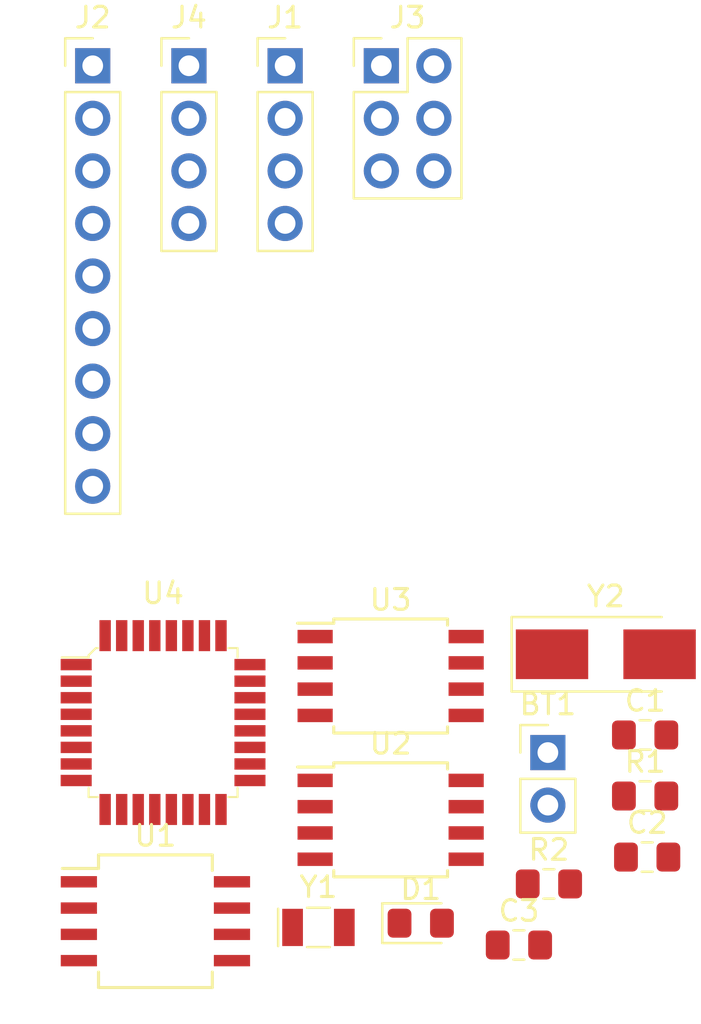
<source format=kicad_pcb>
(kicad_pcb (version 20171130) (host pcbnew 5.1.5-52549c5~84~ubuntu18.04.1)

  (general
    (thickness 1.6)
    (drawings 0)
    (tracks 0)
    (zones 0)
    (modules 17)
    (nets 33)
  )

  (page A4)
  (title_block
    (title "Arduino clone.")
    (date 2020-06-07)
    (rev "Rev A.")
    (company "Pied Piper")
    (comment 1 "Author: Yaoctzin Serrato")
  )

  (layers
    (0 F.Cu signal)
    (31 B.Cu signal)
    (32 B.Adhes user)
    (33 F.Adhes user)
    (34 B.Paste user)
    (35 F.Paste user)
    (36 B.SilkS user)
    (37 F.SilkS user)
    (38 B.Mask user)
    (39 F.Mask user)
    (40 Dwgs.User user)
    (41 Cmts.User user)
    (42 Eco1.User user)
    (43 Eco2.User user)
    (44 Edge.Cuts user)
    (45 Margin user)
    (46 B.CrtYd user)
    (47 F.CrtYd user)
    (48 B.Fab user)
    (49 F.Fab user)
  )

  (setup
    (last_trace_width 0.25)
    (trace_clearance 0.2)
    (zone_clearance 0.508)
    (zone_45_only no)
    (trace_min 0.2)
    (via_size 0.8)
    (via_drill 0.4)
    (via_min_size 0.4)
    (via_min_drill 0.3)
    (uvia_size 0.3)
    (uvia_drill 0.1)
    (uvias_allowed no)
    (uvia_min_size 0.2)
    (uvia_min_drill 0.1)
    (edge_width 0.05)
    (segment_width 0.2)
    (pcb_text_width 0.3)
    (pcb_text_size 1.5 1.5)
    (mod_edge_width 0.12)
    (mod_text_size 1 1)
    (mod_text_width 0.15)
    (pad_size 1.524 1.524)
    (pad_drill 0.762)
    (pad_to_mask_clearance 0.061)
    (solder_mask_min_width 0.25)
    (aux_axis_origin 0 0)
    (visible_elements FFFFFF7F)
    (pcbplotparams
      (layerselection 0x010fc_ffffffff)
      (usegerberextensions false)
      (usegerberattributes false)
      (usegerberadvancedattributes false)
      (creategerberjobfile false)
      (excludeedgelayer true)
      (linewidth 0.100000)
      (plotframeref false)
      (viasonmask false)
      (mode 1)
      (useauxorigin false)
      (hpglpennumber 1)
      (hpglpenspeed 20)
      (hpglpendiameter 15.000000)
      (psnegative false)
      (psa4output false)
      (plotreference true)
      (plotvalue true)
      (plotinvisibletext false)
      (padsonsilk false)
      (subtractmaskfromsilk false)
      (outputformat 1)
      (mirror false)
      (drillshape 1)
      (scaleselection 1)
      (outputdirectory ""))
  )

  (net 0 "")
  (net 1 /Vcc)
  (net 2 GNDPWR)
  (net 3 "Net-(C1-Pad1)")
  (net 4 "Net-(C2-Pad1)")
  (net 5 "Net-(D1-Pad1)")
  (net 6 "Net-(D1-Pad2)")
  (net 7 /TX)
  (net 8 /RX)
  (net 9 /D2)
  (net 10 /D3)
  (net 11 /D4)
  (net 12 /D5)
  (net 13 /D6)
  (net 14 /D7)
  (net 15 /D8)
  (net 16 /MISO)
  (net 17 /SCK)
  (net 18 /MOSI)
  (net 19 /RESET)
  (net 20 /SDA)
  (net 21 "Net-(U1-Pad1)")
  (net 22 "Net-(U1-Pad2)")
  (net 23 "Net-(U1-Pad3)")
  (net 24 "Net-(U1-Pad7)")
  (net 25 /ADDS1)
  (net 26 /ADDS2)
  (net 27 "Net-(U4-Pad13)")
  (net 28 "Net-(U4-Pad14)")
  (net 29 "Net-(U4-Pad19)")
  (net 30 "Net-(U4-Pad22)")
  (net 31 "Net-(U4-Pad25)")
  (net 32 "Net-(U4-Pad26)")

  (net_class Default "This is the default net class."
    (clearance 0.2)
    (trace_width 0.25)
    (via_dia 0.8)
    (via_drill 0.4)
    (uvia_dia 0.3)
    (uvia_drill 0.1)
    (add_net /ADDS1)
    (add_net /ADDS2)
    (add_net /D2)
    (add_net /D3)
    (add_net /D4)
    (add_net /D5)
    (add_net /D6)
    (add_net /D7)
    (add_net /D8)
    (add_net /MISO)
    (add_net /MOSI)
    (add_net /RX)
    (add_net /SCK)
    (add_net /SDA)
    (add_net /TX)
    (add_net "Net-(C1-Pad1)")
    (add_net "Net-(C2-Pad1)")
    (add_net "Net-(D1-Pad1)")
    (add_net "Net-(D1-Pad2)")
    (add_net "Net-(U1-Pad1)")
    (add_net "Net-(U1-Pad2)")
    (add_net "Net-(U1-Pad3)")
    (add_net "Net-(U1-Pad7)")
    (add_net "Net-(U4-Pad13)")
    (add_net "Net-(U4-Pad14)")
    (add_net "Net-(U4-Pad19)")
    (add_net "Net-(U4-Pad22)")
    (add_net "Net-(U4-Pad25)")
    (add_net "Net-(U4-Pad26)")
  )

  (net_class Power ""
    (clearance 0.3)
    (trace_width 0.35)
    (via_dia 1)
    (via_drill 0.6)
    (uvia_dia 0.3)
    (uvia_drill 0.1)
    (add_net /RESET)
    (add_net /Vcc)
    (add_net GNDPWR)
  )

  (module Connector_PinHeader_2.54mm:PinHeader_1x02_P2.54mm_Vertical (layer F.Cu) (tedit 59FED5CC) (tstamp 5EDD2CD7)
    (at 160.325001 100.515001)
    (descr "Through hole straight pin header, 1x02, 2.54mm pitch, single row")
    (tags "Through hole pin header THT 1x02 2.54mm single row")
    (path /5ED99AAE)
    (fp_text reference BT1 (at 0 -2.33) (layer F.SilkS)
      (effects (font (size 1 1) (thickness 0.15)))
    )
    (fp_text value "Battery 3V" (at 0 4.87) (layer F.Fab)
      (effects (font (size 1 1) (thickness 0.15)))
    )
    (fp_line (start -0.635 -1.27) (end 1.27 -1.27) (layer F.Fab) (width 0.1))
    (fp_line (start 1.27 -1.27) (end 1.27 3.81) (layer F.Fab) (width 0.1))
    (fp_line (start 1.27 3.81) (end -1.27 3.81) (layer F.Fab) (width 0.1))
    (fp_line (start -1.27 3.81) (end -1.27 -0.635) (layer F.Fab) (width 0.1))
    (fp_line (start -1.27 -0.635) (end -0.635 -1.27) (layer F.Fab) (width 0.1))
    (fp_line (start -1.33 3.87) (end 1.33 3.87) (layer F.SilkS) (width 0.12))
    (fp_line (start -1.33 1.27) (end -1.33 3.87) (layer F.SilkS) (width 0.12))
    (fp_line (start 1.33 1.27) (end 1.33 3.87) (layer F.SilkS) (width 0.12))
    (fp_line (start -1.33 1.27) (end 1.33 1.27) (layer F.SilkS) (width 0.12))
    (fp_line (start -1.33 0) (end -1.33 -1.33) (layer F.SilkS) (width 0.12))
    (fp_line (start -1.33 -1.33) (end 0 -1.33) (layer F.SilkS) (width 0.12))
    (fp_line (start -1.8 -1.8) (end -1.8 4.35) (layer F.CrtYd) (width 0.05))
    (fp_line (start -1.8 4.35) (end 1.8 4.35) (layer F.CrtYd) (width 0.05))
    (fp_line (start 1.8 4.35) (end 1.8 -1.8) (layer F.CrtYd) (width 0.05))
    (fp_line (start 1.8 -1.8) (end -1.8 -1.8) (layer F.CrtYd) (width 0.05))
    (fp_text user %R (at 0 1.27 90) (layer F.Fab)
      (effects (font (size 1 1) (thickness 0.15)))
    )
    (pad 1 thru_hole rect (at 0 0) (size 1.7 1.7) (drill 1) (layers *.Cu *.Mask)
      (net 1 /Vcc))
    (pad 2 thru_hole oval (at 0 2.54) (size 1.7 1.7) (drill 1) (layers *.Cu *.Mask)
      (net 2 GNDPWR))
    (model ${KISYS3DMOD}/Connector_PinHeader_2.54mm.3dshapes/PinHeader_1x02_P2.54mm_Vertical.wrl
      (at (xyz 0 0 0))
      (scale (xyz 1 1 1))
      (rotate (xyz 0 0 0))
    )
  )

  (module Capacitor_SMD:C_0805_2012Metric_Pad1.15x1.40mm_HandSolder (layer F.Cu) (tedit 5B36C52B) (tstamp 5EDD2CE8)
    (at 165.025001 99.665001)
    (descr "Capacitor SMD 0805 (2012 Metric), square (rectangular) end terminal, IPC_7351 nominal with elongated pad for handsoldering. (Body size source: https://docs.google.com/spreadsheets/d/1BsfQQcO9C6DZCsRaXUlFlo91Tg2WpOkGARC1WS5S8t0/edit?usp=sharing), generated with kicad-footprint-generator")
    (tags "capacitor handsolder")
    (path /5ED9A7B7)
    (attr smd)
    (fp_text reference C1 (at 0 -1.65) (layer F.SilkS)
      (effects (font (size 1 1) (thickness 0.15)))
    )
    (fp_text value 22pF (at 0 1.65) (layer F.Fab)
      (effects (font (size 1 1) (thickness 0.15)))
    )
    (fp_line (start -1 0.6) (end -1 -0.6) (layer F.Fab) (width 0.1))
    (fp_line (start -1 -0.6) (end 1 -0.6) (layer F.Fab) (width 0.1))
    (fp_line (start 1 -0.6) (end 1 0.6) (layer F.Fab) (width 0.1))
    (fp_line (start 1 0.6) (end -1 0.6) (layer F.Fab) (width 0.1))
    (fp_line (start -0.261252 -0.71) (end 0.261252 -0.71) (layer F.SilkS) (width 0.12))
    (fp_line (start -0.261252 0.71) (end 0.261252 0.71) (layer F.SilkS) (width 0.12))
    (fp_line (start -1.85 0.95) (end -1.85 -0.95) (layer F.CrtYd) (width 0.05))
    (fp_line (start -1.85 -0.95) (end 1.85 -0.95) (layer F.CrtYd) (width 0.05))
    (fp_line (start 1.85 -0.95) (end 1.85 0.95) (layer F.CrtYd) (width 0.05))
    (fp_line (start 1.85 0.95) (end -1.85 0.95) (layer F.CrtYd) (width 0.05))
    (fp_text user %R (at 0 0) (layer F.Fab)
      (effects (font (size 0.5 0.5) (thickness 0.08)))
    )
    (pad 1 smd roundrect (at -1.025 0) (size 1.15 1.4) (layers F.Cu F.Paste F.Mask) (roundrect_rratio 0.217391)
      (net 3 "Net-(C1-Pad1)"))
    (pad 2 smd roundrect (at 1.025 0) (size 1.15 1.4) (layers F.Cu F.Paste F.Mask) (roundrect_rratio 0.217391)
      (net 2 GNDPWR))
    (model ${KISYS3DMOD}/Capacitor_SMD.3dshapes/C_0805_2012Metric.wrl
      (at (xyz 0 0 0))
      (scale (xyz 1 1 1))
      (rotate (xyz 0 0 0))
    )
  )

  (module Capacitor_SMD:C_0805_2012Metric_Pad1.15x1.40mm_HandSolder (layer F.Cu) (tedit 5B36C52B) (tstamp 5EDD2CF9)
    (at 165.125001 105.565001)
    (descr "Capacitor SMD 0805 (2012 Metric), square (rectangular) end terminal, IPC_7351 nominal with elongated pad for handsoldering. (Body size source: https://docs.google.com/spreadsheets/d/1BsfQQcO9C6DZCsRaXUlFlo91Tg2WpOkGARC1WS5S8t0/edit?usp=sharing), generated with kicad-footprint-generator")
    (tags "capacitor handsolder")
    (path /5ED9AA2C)
    (attr smd)
    (fp_text reference C2 (at 0 -1.65) (layer F.SilkS)
      (effects (font (size 1 1) (thickness 0.15)))
    )
    (fp_text value 22pF (at 0 1.65) (layer F.Fab)
      (effects (font (size 1 1) (thickness 0.15)))
    )
    (fp_text user %R (at 0 0) (layer F.Fab)
      (effects (font (size 0.5 0.5) (thickness 0.08)))
    )
    (fp_line (start 1.85 0.95) (end -1.85 0.95) (layer F.CrtYd) (width 0.05))
    (fp_line (start 1.85 -0.95) (end 1.85 0.95) (layer F.CrtYd) (width 0.05))
    (fp_line (start -1.85 -0.95) (end 1.85 -0.95) (layer F.CrtYd) (width 0.05))
    (fp_line (start -1.85 0.95) (end -1.85 -0.95) (layer F.CrtYd) (width 0.05))
    (fp_line (start -0.261252 0.71) (end 0.261252 0.71) (layer F.SilkS) (width 0.12))
    (fp_line (start -0.261252 -0.71) (end 0.261252 -0.71) (layer F.SilkS) (width 0.12))
    (fp_line (start 1 0.6) (end -1 0.6) (layer F.Fab) (width 0.1))
    (fp_line (start 1 -0.6) (end 1 0.6) (layer F.Fab) (width 0.1))
    (fp_line (start -1 -0.6) (end 1 -0.6) (layer F.Fab) (width 0.1))
    (fp_line (start -1 0.6) (end -1 -0.6) (layer F.Fab) (width 0.1))
    (pad 2 smd roundrect (at 1.025 0) (size 1.15 1.4) (layers F.Cu F.Paste F.Mask) (roundrect_rratio 0.217391)
      (net 2 GNDPWR))
    (pad 1 smd roundrect (at -1.025 0) (size 1.15 1.4) (layers F.Cu F.Paste F.Mask) (roundrect_rratio 0.217391)
      (net 4 "Net-(C2-Pad1)"))
    (model ${KISYS3DMOD}/Capacitor_SMD.3dshapes/C_0805_2012Metric.wrl
      (at (xyz 0 0 0))
      (scale (xyz 1 1 1))
      (rotate (xyz 0 0 0))
    )
  )

  (module Capacitor_SMD:C_0805_2012Metric_Pad1.15x1.40mm_HandSolder (layer F.Cu) (tedit 5B36C52B) (tstamp 5EDD2D0A)
    (at 158.925001 109.815001)
    (descr "Capacitor SMD 0805 (2012 Metric), square (rectangular) end terminal, IPC_7351 nominal with elongated pad for handsoldering. (Body size source: https://docs.google.com/spreadsheets/d/1BsfQQcO9C6DZCsRaXUlFlo91Tg2WpOkGARC1WS5S8t0/edit?usp=sharing), generated with kicad-footprint-generator")
    (tags "capacitor handsolder")
    (path /5ED9ACE3)
    (attr smd)
    (fp_text reference C3 (at 0 -1.65) (layer F.SilkS)
      (effects (font (size 1 1) (thickness 0.15)))
    )
    (fp_text value 10uF (at 0 1.65) (layer F.Fab)
      (effects (font (size 1 1) (thickness 0.15)))
    )
    (fp_line (start -1 0.6) (end -1 -0.6) (layer F.Fab) (width 0.1))
    (fp_line (start -1 -0.6) (end 1 -0.6) (layer F.Fab) (width 0.1))
    (fp_line (start 1 -0.6) (end 1 0.6) (layer F.Fab) (width 0.1))
    (fp_line (start 1 0.6) (end -1 0.6) (layer F.Fab) (width 0.1))
    (fp_line (start -0.261252 -0.71) (end 0.261252 -0.71) (layer F.SilkS) (width 0.12))
    (fp_line (start -0.261252 0.71) (end 0.261252 0.71) (layer F.SilkS) (width 0.12))
    (fp_line (start -1.85 0.95) (end -1.85 -0.95) (layer F.CrtYd) (width 0.05))
    (fp_line (start -1.85 -0.95) (end 1.85 -0.95) (layer F.CrtYd) (width 0.05))
    (fp_line (start 1.85 -0.95) (end 1.85 0.95) (layer F.CrtYd) (width 0.05))
    (fp_line (start 1.85 0.95) (end -1.85 0.95) (layer F.CrtYd) (width 0.05))
    (fp_text user %R (at 0 0) (layer F.Fab)
      (effects (font (size 0.5 0.5) (thickness 0.08)))
    )
    (pad 1 smd roundrect (at -1.025 0) (size 1.15 1.4) (layers F.Cu F.Paste F.Mask) (roundrect_rratio 0.217391)
      (net 1 /Vcc))
    (pad 2 smd roundrect (at 1.025 0) (size 1.15 1.4) (layers F.Cu F.Paste F.Mask) (roundrect_rratio 0.217391)
      (net 2 GNDPWR))
    (model ${KISYS3DMOD}/Capacitor_SMD.3dshapes/C_0805_2012Metric.wrl
      (at (xyz 0 0 0))
      (scale (xyz 1 1 1))
      (rotate (xyz 0 0 0))
    )
  )

  (module LED_SMD:LED_0805_2012Metric_Pad1.15x1.40mm_HandSolder (layer F.Cu) (tedit 5B4B45C9) (tstamp 5EDD2D1D)
    (at 154.180001 108.760001)
    (descr "LED SMD 0805 (2012 Metric), square (rectangular) end terminal, IPC_7351 nominal, (Body size source: https://docs.google.com/spreadsheets/d/1BsfQQcO9C6DZCsRaXUlFlo91Tg2WpOkGARC1WS5S8t0/edit?usp=sharing), generated with kicad-footprint-generator")
    (tags "LED handsolder")
    (path /5ED9B092)
    (attr smd)
    (fp_text reference D1 (at 0 -1.65) (layer F.SilkS)
      (effects (font (size 1 1) (thickness 0.15)))
    )
    (fp_text value GREEN (at 0 1.65) (layer F.Fab)
      (effects (font (size 1 1) (thickness 0.15)))
    )
    (fp_line (start 1 -0.6) (end -0.7 -0.6) (layer F.Fab) (width 0.1))
    (fp_line (start -0.7 -0.6) (end -1 -0.3) (layer F.Fab) (width 0.1))
    (fp_line (start -1 -0.3) (end -1 0.6) (layer F.Fab) (width 0.1))
    (fp_line (start -1 0.6) (end 1 0.6) (layer F.Fab) (width 0.1))
    (fp_line (start 1 0.6) (end 1 -0.6) (layer F.Fab) (width 0.1))
    (fp_line (start 1 -0.96) (end -1.86 -0.96) (layer F.SilkS) (width 0.12))
    (fp_line (start -1.86 -0.96) (end -1.86 0.96) (layer F.SilkS) (width 0.12))
    (fp_line (start -1.86 0.96) (end 1 0.96) (layer F.SilkS) (width 0.12))
    (fp_line (start -1.85 0.95) (end -1.85 -0.95) (layer F.CrtYd) (width 0.05))
    (fp_line (start -1.85 -0.95) (end 1.85 -0.95) (layer F.CrtYd) (width 0.05))
    (fp_line (start 1.85 -0.95) (end 1.85 0.95) (layer F.CrtYd) (width 0.05))
    (fp_line (start 1.85 0.95) (end -1.85 0.95) (layer F.CrtYd) (width 0.05))
    (fp_text user %R (at 0 0) (layer F.Fab)
      (effects (font (size 0.5 0.5) (thickness 0.08)))
    )
    (pad 1 smd roundrect (at -1.025 0) (size 1.15 1.4) (layers F.Cu F.Paste F.Mask) (roundrect_rratio 0.217391)
      (net 5 "Net-(D1-Pad1)"))
    (pad 2 smd roundrect (at 1.025 0) (size 1.15 1.4) (layers F.Cu F.Paste F.Mask) (roundrect_rratio 0.217391)
      (net 6 "Net-(D1-Pad2)"))
    (model ${KISYS3DMOD}/LED_SMD.3dshapes/LED_0805_2012Metric.wrl
      (at (xyz 0 0 0))
      (scale (xyz 1 1 1))
      (rotate (xyz 0 0 0))
    )
  )

  (module Connector_PinHeader_2.54mm:PinHeader_1x04_P2.54mm_Vertical (layer F.Cu) (tedit 59FED5CC) (tstamp 5EDD2D35)
    (at 147.625001 67.325001)
    (descr "Through hole straight pin header, 1x04, 2.54mm pitch, single row")
    (tags "Through hole pin header THT 1x04 2.54mm single row")
    (path /5EDA0AF4/5EDA282F)
    (fp_text reference J1 (at 0 -2.33) (layer F.SilkS)
      (effects (font (size 1 1) (thickness 0.15)))
    )
    (fp_text value USART (at 0 9.95) (layer F.Fab)
      (effects (font (size 1 1) (thickness 0.15)))
    )
    (fp_text user %R (at 0 3.81 90) (layer F.Fab)
      (effects (font (size 1 1) (thickness 0.15)))
    )
    (fp_line (start 1.8 -1.8) (end -1.8 -1.8) (layer F.CrtYd) (width 0.05))
    (fp_line (start 1.8 9.4) (end 1.8 -1.8) (layer F.CrtYd) (width 0.05))
    (fp_line (start -1.8 9.4) (end 1.8 9.4) (layer F.CrtYd) (width 0.05))
    (fp_line (start -1.8 -1.8) (end -1.8 9.4) (layer F.CrtYd) (width 0.05))
    (fp_line (start -1.33 -1.33) (end 0 -1.33) (layer F.SilkS) (width 0.12))
    (fp_line (start -1.33 0) (end -1.33 -1.33) (layer F.SilkS) (width 0.12))
    (fp_line (start -1.33 1.27) (end 1.33 1.27) (layer F.SilkS) (width 0.12))
    (fp_line (start 1.33 1.27) (end 1.33 8.95) (layer F.SilkS) (width 0.12))
    (fp_line (start -1.33 1.27) (end -1.33 8.95) (layer F.SilkS) (width 0.12))
    (fp_line (start -1.33 8.95) (end 1.33 8.95) (layer F.SilkS) (width 0.12))
    (fp_line (start -1.27 -0.635) (end -0.635 -1.27) (layer F.Fab) (width 0.1))
    (fp_line (start -1.27 8.89) (end -1.27 -0.635) (layer F.Fab) (width 0.1))
    (fp_line (start 1.27 8.89) (end -1.27 8.89) (layer F.Fab) (width 0.1))
    (fp_line (start 1.27 -1.27) (end 1.27 8.89) (layer F.Fab) (width 0.1))
    (fp_line (start -0.635 -1.27) (end 1.27 -1.27) (layer F.Fab) (width 0.1))
    (pad 4 thru_hole oval (at 0 7.62) (size 1.7 1.7) (drill 1) (layers *.Cu *.Mask)
      (net 7 /TX))
    (pad 3 thru_hole oval (at 0 5.08) (size 1.7 1.7) (drill 1) (layers *.Cu *.Mask)
      (net 8 /RX))
    (pad 2 thru_hole oval (at 0 2.54) (size 1.7 1.7) (drill 1) (layers *.Cu *.Mask)
      (net 1 /Vcc))
    (pad 1 thru_hole rect (at 0 0) (size 1.7 1.7) (drill 1) (layers *.Cu *.Mask)
      (net 2 GNDPWR))
    (model ${KISYS3DMOD}/Connector_PinHeader_2.54mm.3dshapes/PinHeader_1x04_P2.54mm_Vertical.wrl
      (at (xyz 0 0 0))
      (scale (xyz 1 1 1))
      (rotate (xyz 0 0 0))
    )
  )

  (module Connector_PinHeader_2.54mm:PinHeader_1x09_P2.54mm_Vertical (layer F.Cu) (tedit 59FED5CC) (tstamp 5EDD2D52)
    (at 138.325001 67.325001)
    (descr "Through hole straight pin header, 1x09, 2.54mm pitch, single row")
    (tags "Through hole pin header THT 1x09 2.54mm single row")
    (path /5EDA0AF4/5EDA2054)
    (fp_text reference J2 (at 0 -2.33) (layer F.SilkS)
      (effects (font (size 1 1) (thickness 0.15)))
    )
    (fp_text value "Digital pins" (at 0 22.65) (layer F.Fab)
      (effects (font (size 1 1) (thickness 0.15)))
    )
    (fp_line (start -0.635 -1.27) (end 1.27 -1.27) (layer F.Fab) (width 0.1))
    (fp_line (start 1.27 -1.27) (end 1.27 21.59) (layer F.Fab) (width 0.1))
    (fp_line (start 1.27 21.59) (end -1.27 21.59) (layer F.Fab) (width 0.1))
    (fp_line (start -1.27 21.59) (end -1.27 -0.635) (layer F.Fab) (width 0.1))
    (fp_line (start -1.27 -0.635) (end -0.635 -1.27) (layer F.Fab) (width 0.1))
    (fp_line (start -1.33 21.65) (end 1.33 21.65) (layer F.SilkS) (width 0.12))
    (fp_line (start -1.33 1.27) (end -1.33 21.65) (layer F.SilkS) (width 0.12))
    (fp_line (start 1.33 1.27) (end 1.33 21.65) (layer F.SilkS) (width 0.12))
    (fp_line (start -1.33 1.27) (end 1.33 1.27) (layer F.SilkS) (width 0.12))
    (fp_line (start -1.33 0) (end -1.33 -1.33) (layer F.SilkS) (width 0.12))
    (fp_line (start -1.33 -1.33) (end 0 -1.33) (layer F.SilkS) (width 0.12))
    (fp_line (start -1.8 -1.8) (end -1.8 22.1) (layer F.CrtYd) (width 0.05))
    (fp_line (start -1.8 22.1) (end 1.8 22.1) (layer F.CrtYd) (width 0.05))
    (fp_line (start 1.8 22.1) (end 1.8 -1.8) (layer F.CrtYd) (width 0.05))
    (fp_line (start 1.8 -1.8) (end -1.8 -1.8) (layer F.CrtYd) (width 0.05))
    (fp_text user %R (at 0 10.16 90) (layer F.Fab)
      (effects (font (size 1 1) (thickness 0.15)))
    )
    (pad 1 thru_hole rect (at 0 0) (size 1.7 1.7) (drill 1) (layers *.Cu *.Mask)
      (net 9 /D2))
    (pad 2 thru_hole oval (at 0 2.54) (size 1.7 1.7) (drill 1) (layers *.Cu *.Mask)
      (net 10 /D3))
    (pad 3 thru_hole oval (at 0 5.08) (size 1.7 1.7) (drill 1) (layers *.Cu *.Mask)
      (net 11 /D4))
    (pad 4 thru_hole oval (at 0 7.62) (size 1.7 1.7) (drill 1) (layers *.Cu *.Mask)
      (net 12 /D5))
    (pad 5 thru_hole oval (at 0 10.16) (size 1.7 1.7) (drill 1) (layers *.Cu *.Mask)
      (net 13 /D6))
    (pad 6 thru_hole oval (at 0 12.7) (size 1.7 1.7) (drill 1) (layers *.Cu *.Mask)
      (net 14 /D7))
    (pad 7 thru_hole oval (at 0 15.24) (size 1.7 1.7) (drill 1) (layers *.Cu *.Mask)
      (net 15 /D8))
    (pad 8 thru_hole oval (at 0 17.78) (size 1.7 1.7) (drill 1) (layers *.Cu *.Mask)
      (net 2 GNDPWR))
    (pad 9 thru_hole oval (at 0 20.32) (size 1.7 1.7) (drill 1) (layers *.Cu *.Mask)
      (net 1 /Vcc))
    (model ${KISYS3DMOD}/Connector_PinHeader_2.54mm.3dshapes/PinHeader_1x09_P2.54mm_Vertical.wrl
      (at (xyz 0 0 0))
      (scale (xyz 1 1 1))
      (rotate (xyz 0 0 0))
    )
  )

  (module Connector_PinHeader_2.54mm:PinHeader_2x03_P2.54mm_Vertical (layer F.Cu) (tedit 59FED5CC) (tstamp 5EDD2D6E)
    (at 152.275001 67.325001)
    (descr "Through hole straight pin header, 2x03, 2.54mm pitch, double rows")
    (tags "Through hole pin header THT 2x03 2.54mm double row")
    (path /5EDA0AF4/5EDA3463)
    (fp_text reference J3 (at 1.27 -2.33) (layer F.SilkS)
      (effects (font (size 1 1) (thickness 0.15)))
    )
    (fp_text value ICSP (at 1.27 7.41) (layer F.Fab)
      (effects (font (size 1 1) (thickness 0.15)))
    )
    (fp_line (start 0 -1.27) (end 3.81 -1.27) (layer F.Fab) (width 0.1))
    (fp_line (start 3.81 -1.27) (end 3.81 6.35) (layer F.Fab) (width 0.1))
    (fp_line (start 3.81 6.35) (end -1.27 6.35) (layer F.Fab) (width 0.1))
    (fp_line (start -1.27 6.35) (end -1.27 0) (layer F.Fab) (width 0.1))
    (fp_line (start -1.27 0) (end 0 -1.27) (layer F.Fab) (width 0.1))
    (fp_line (start -1.33 6.41) (end 3.87 6.41) (layer F.SilkS) (width 0.12))
    (fp_line (start -1.33 1.27) (end -1.33 6.41) (layer F.SilkS) (width 0.12))
    (fp_line (start 3.87 -1.33) (end 3.87 6.41) (layer F.SilkS) (width 0.12))
    (fp_line (start -1.33 1.27) (end 1.27 1.27) (layer F.SilkS) (width 0.12))
    (fp_line (start 1.27 1.27) (end 1.27 -1.33) (layer F.SilkS) (width 0.12))
    (fp_line (start 1.27 -1.33) (end 3.87 -1.33) (layer F.SilkS) (width 0.12))
    (fp_line (start -1.33 0) (end -1.33 -1.33) (layer F.SilkS) (width 0.12))
    (fp_line (start -1.33 -1.33) (end 0 -1.33) (layer F.SilkS) (width 0.12))
    (fp_line (start -1.8 -1.8) (end -1.8 6.85) (layer F.CrtYd) (width 0.05))
    (fp_line (start -1.8 6.85) (end 4.35 6.85) (layer F.CrtYd) (width 0.05))
    (fp_line (start 4.35 6.85) (end 4.35 -1.8) (layer F.CrtYd) (width 0.05))
    (fp_line (start 4.35 -1.8) (end -1.8 -1.8) (layer F.CrtYd) (width 0.05))
    (fp_text user %R (at 1.27 2.54 90) (layer F.Fab)
      (effects (font (size 1 1) (thickness 0.15)))
    )
    (pad 1 thru_hole rect (at 0 0) (size 1.7 1.7) (drill 1) (layers *.Cu *.Mask)
      (net 16 /MISO))
    (pad 2 thru_hole oval (at 2.54 0) (size 1.7 1.7) (drill 1) (layers *.Cu *.Mask)
      (net 1 /Vcc))
    (pad 3 thru_hole oval (at 0 2.54) (size 1.7 1.7) (drill 1) (layers *.Cu *.Mask)
      (net 17 /SCK))
    (pad 4 thru_hole oval (at 2.54 2.54) (size 1.7 1.7) (drill 1) (layers *.Cu *.Mask)
      (net 18 /MOSI))
    (pad 5 thru_hole oval (at 0 5.08) (size 1.7 1.7) (drill 1) (layers *.Cu *.Mask)
      (net 19 /RESET))
    (pad 6 thru_hole oval (at 2.54 5.08) (size 1.7 1.7) (drill 1) (layers *.Cu *.Mask)
      (net 2 GNDPWR))
    (model ${KISYS3DMOD}/Connector_PinHeader_2.54mm.3dshapes/PinHeader_2x03_P2.54mm_Vertical.wrl
      (at (xyz 0 0 0))
      (scale (xyz 1 1 1))
      (rotate (xyz 0 0 0))
    )
  )

  (module Connector_PinHeader_2.54mm:PinHeader_1x04_P2.54mm_Vertical (layer F.Cu) (tedit 59FED5CC) (tstamp 5EDD2D86)
    (at 142.975001 67.325001)
    (descr "Through hole straight pin header, 1x04, 2.54mm pitch, single row")
    (tags "Through hole pin header THT 1x04 2.54mm single row")
    (path /5EDA0AF4/5EDA382A)
    (fp_text reference J4 (at 0 -2.33) (layer F.SilkS)
      (effects (font (size 1 1) (thickness 0.15)))
    )
    (fp_text value I2C (at 0 9.95) (layer F.Fab)
      (effects (font (size 1 1) (thickness 0.15)))
    )
    (fp_line (start -0.635 -1.27) (end 1.27 -1.27) (layer F.Fab) (width 0.1))
    (fp_line (start 1.27 -1.27) (end 1.27 8.89) (layer F.Fab) (width 0.1))
    (fp_line (start 1.27 8.89) (end -1.27 8.89) (layer F.Fab) (width 0.1))
    (fp_line (start -1.27 8.89) (end -1.27 -0.635) (layer F.Fab) (width 0.1))
    (fp_line (start -1.27 -0.635) (end -0.635 -1.27) (layer F.Fab) (width 0.1))
    (fp_line (start -1.33 8.95) (end 1.33 8.95) (layer F.SilkS) (width 0.12))
    (fp_line (start -1.33 1.27) (end -1.33 8.95) (layer F.SilkS) (width 0.12))
    (fp_line (start 1.33 1.27) (end 1.33 8.95) (layer F.SilkS) (width 0.12))
    (fp_line (start -1.33 1.27) (end 1.33 1.27) (layer F.SilkS) (width 0.12))
    (fp_line (start -1.33 0) (end -1.33 -1.33) (layer F.SilkS) (width 0.12))
    (fp_line (start -1.33 -1.33) (end 0 -1.33) (layer F.SilkS) (width 0.12))
    (fp_line (start -1.8 -1.8) (end -1.8 9.4) (layer F.CrtYd) (width 0.05))
    (fp_line (start -1.8 9.4) (end 1.8 9.4) (layer F.CrtYd) (width 0.05))
    (fp_line (start 1.8 9.4) (end 1.8 -1.8) (layer F.CrtYd) (width 0.05))
    (fp_line (start 1.8 -1.8) (end -1.8 -1.8) (layer F.CrtYd) (width 0.05))
    (fp_text user %R (at 0 3.81 90) (layer F.Fab)
      (effects (font (size 1 1) (thickness 0.15)))
    )
    (pad 1 thru_hole rect (at 0 0) (size 1.7 1.7) (drill 1) (layers *.Cu *.Mask)
      (net 2 GNDPWR))
    (pad 2 thru_hole oval (at 0 2.54) (size 1.7 1.7) (drill 1) (layers *.Cu *.Mask)
      (net 1 /Vcc))
    (pad 3 thru_hole oval (at 0 5.08) (size 1.7 1.7) (drill 1) (layers *.Cu *.Mask)
      (net 20 /SDA))
    (pad 4 thru_hole oval (at 0 7.62) (size 1.7 1.7) (drill 1) (layers *.Cu *.Mask)
      (net 17 /SCK))
    (model ${KISYS3DMOD}/Connector_PinHeader_2.54mm.3dshapes/PinHeader_1x04_P2.54mm_Vertical.wrl
      (at (xyz 0 0 0))
      (scale (xyz 1 1 1))
      (rotate (xyz 0 0 0))
    )
  )

  (module Resistor_SMD:R_0805_2012Metric_Pad1.15x1.40mm_HandSolder (layer F.Cu) (tedit 5B36C52B) (tstamp 5EDD2D97)
    (at 165.025001 102.615001)
    (descr "Resistor SMD 0805 (2012 Metric), square (rectangular) end terminal, IPC_7351 nominal with elongated pad for handsoldering. (Body size source: https://docs.google.com/spreadsheets/d/1BsfQQcO9C6DZCsRaXUlFlo91Tg2WpOkGARC1WS5S8t0/edit?usp=sharing), generated with kicad-footprint-generator")
    (tags "resistor handsolder")
    (path /5ED9B729)
    (attr smd)
    (fp_text reference R1 (at 0 -1.65) (layer F.SilkS)
      (effects (font (size 1 1) (thickness 0.15)))
    )
    (fp_text value 330 (at 0 1.65) (layer F.Fab)
      (effects (font (size 1 1) (thickness 0.15)))
    )
    (fp_text user %R (at 0 0) (layer F.Fab)
      (effects (font (size 0.5 0.5) (thickness 0.08)))
    )
    (fp_line (start 1.85 0.95) (end -1.85 0.95) (layer F.CrtYd) (width 0.05))
    (fp_line (start 1.85 -0.95) (end 1.85 0.95) (layer F.CrtYd) (width 0.05))
    (fp_line (start -1.85 -0.95) (end 1.85 -0.95) (layer F.CrtYd) (width 0.05))
    (fp_line (start -1.85 0.95) (end -1.85 -0.95) (layer F.CrtYd) (width 0.05))
    (fp_line (start -0.261252 0.71) (end 0.261252 0.71) (layer F.SilkS) (width 0.12))
    (fp_line (start -0.261252 -0.71) (end 0.261252 -0.71) (layer F.SilkS) (width 0.12))
    (fp_line (start 1 0.6) (end -1 0.6) (layer F.Fab) (width 0.1))
    (fp_line (start 1 -0.6) (end 1 0.6) (layer F.Fab) (width 0.1))
    (fp_line (start -1 -0.6) (end 1 -0.6) (layer F.Fab) (width 0.1))
    (fp_line (start -1 0.6) (end -1 -0.6) (layer F.Fab) (width 0.1))
    (pad 2 smd roundrect (at 1.025 0) (size 1.15 1.4) (layers F.Cu F.Paste F.Mask) (roundrect_rratio 0.217391)
      (net 2 GNDPWR))
    (pad 1 smd roundrect (at -1.025 0) (size 1.15 1.4) (layers F.Cu F.Paste F.Mask) (roundrect_rratio 0.217391)
      (net 5 "Net-(D1-Pad1)"))
    (model ${KISYS3DMOD}/Resistor_SMD.3dshapes/R_0805_2012Metric.wrl
      (at (xyz 0 0 0))
      (scale (xyz 1 1 1))
      (rotate (xyz 0 0 0))
    )
  )

  (module Resistor_SMD:R_0805_2012Metric_Pad1.15x1.40mm_HandSolder (layer F.Cu) (tedit 5B36C52B) (tstamp 5EDD2DA8)
    (at 160.375001 106.865001)
    (descr "Resistor SMD 0805 (2012 Metric), square (rectangular) end terminal, IPC_7351 nominal with elongated pad for handsoldering. (Body size source: https://docs.google.com/spreadsheets/d/1BsfQQcO9C6DZCsRaXUlFlo91Tg2WpOkGARC1WS5S8t0/edit?usp=sharing), generated with kicad-footprint-generator")
    (tags "resistor handsolder")
    (path /5ED9B3B8)
    (attr smd)
    (fp_text reference R2 (at 0 -1.65) (layer F.SilkS)
      (effects (font (size 1 1) (thickness 0.15)))
    )
    (fp_text value 10K (at 0 1.65) (layer F.Fab)
      (effects (font (size 1 1) (thickness 0.15)))
    )
    (fp_line (start -1 0.6) (end -1 -0.6) (layer F.Fab) (width 0.1))
    (fp_line (start -1 -0.6) (end 1 -0.6) (layer F.Fab) (width 0.1))
    (fp_line (start 1 -0.6) (end 1 0.6) (layer F.Fab) (width 0.1))
    (fp_line (start 1 0.6) (end -1 0.6) (layer F.Fab) (width 0.1))
    (fp_line (start -0.261252 -0.71) (end 0.261252 -0.71) (layer F.SilkS) (width 0.12))
    (fp_line (start -0.261252 0.71) (end 0.261252 0.71) (layer F.SilkS) (width 0.12))
    (fp_line (start -1.85 0.95) (end -1.85 -0.95) (layer F.CrtYd) (width 0.05))
    (fp_line (start -1.85 -0.95) (end 1.85 -0.95) (layer F.CrtYd) (width 0.05))
    (fp_line (start 1.85 -0.95) (end 1.85 0.95) (layer F.CrtYd) (width 0.05))
    (fp_line (start 1.85 0.95) (end -1.85 0.95) (layer F.CrtYd) (width 0.05))
    (fp_text user %R (at 0 0) (layer F.Fab)
      (effects (font (size 0.5 0.5) (thickness 0.08)))
    )
    (pad 1 smd roundrect (at -1.025 0) (size 1.15 1.4) (layers F.Cu F.Paste F.Mask) (roundrect_rratio 0.217391)
      (net 19 /RESET))
    (pad 2 smd roundrect (at 1.025 0) (size 1.15 1.4) (layers F.Cu F.Paste F.Mask) (roundrect_rratio 0.217391)
      (net 1 /Vcc))
    (model ${KISYS3DMOD}/Resistor_SMD.3dshapes/R_0805_2012Metric.wrl
      (at (xyz 0 0 0))
      (scale (xyz 1 1 1))
      (rotate (xyz 0 0 0))
    )
  )

  (module Package_SO:SO-8_5.3x6.2mm_P1.27mm (layer F.Cu) (tedit 5A02F2D3) (tstamp 5EDD2DC5)
    (at 141.355001 108.665001)
    (descr "8-Lead Plastic Small Outline, 5.3x6.2mm Body (http://www.ti.com.cn/cn/lit/ds/symlink/tl7705a.pdf)")
    (tags "SOIC 1.27")
    (path /5EDC0A3E)
    (attr smd)
    (fp_text reference U1 (at 0 -4.13) (layer F.SilkS)
      (effects (font (size 1 1) (thickness 0.15)))
    )
    (fp_text value DS1337S+ (at 0 4.13) (layer F.Fab)
      (effects (font (size 1 1) (thickness 0.15)))
    )
    (fp_text user %R (at 0 0) (layer F.Fab)
      (effects (font (size 1 1) (thickness 0.15)))
    )
    (fp_line (start -1.65 -3.1) (end 2.65 -3.1) (layer F.Fab) (width 0.15))
    (fp_line (start 2.65 -3.1) (end 2.65 3.1) (layer F.Fab) (width 0.15))
    (fp_line (start 2.65 3.1) (end -2.65 3.1) (layer F.Fab) (width 0.15))
    (fp_line (start -2.65 3.1) (end -2.65 -2.1) (layer F.Fab) (width 0.15))
    (fp_line (start -2.65 -2.1) (end -1.65 -3.1) (layer F.Fab) (width 0.15))
    (fp_line (start -4.83 -3.35) (end -4.83 3.35) (layer F.CrtYd) (width 0.05))
    (fp_line (start 4.83 -3.35) (end 4.83 3.35) (layer F.CrtYd) (width 0.05))
    (fp_line (start -4.83 -3.35) (end 4.83 -3.35) (layer F.CrtYd) (width 0.05))
    (fp_line (start -4.83 3.35) (end 4.83 3.35) (layer F.CrtYd) (width 0.05))
    (fp_line (start -2.75 -3.205) (end -2.75 -2.55) (layer F.SilkS) (width 0.15))
    (fp_line (start 2.75 -3.205) (end 2.75 -2.455) (layer F.SilkS) (width 0.15))
    (fp_line (start 2.75 3.205) (end 2.75 2.455) (layer F.SilkS) (width 0.15))
    (fp_line (start -2.75 3.205) (end -2.75 2.455) (layer F.SilkS) (width 0.15))
    (fp_line (start -2.75 -3.205) (end 2.75 -3.205) (layer F.SilkS) (width 0.15))
    (fp_line (start -2.75 3.205) (end 2.75 3.205) (layer F.SilkS) (width 0.15))
    (fp_line (start -2.75 -2.55) (end -4.5 -2.55) (layer F.SilkS) (width 0.15))
    (pad 1 smd rect (at -3.7 -1.905) (size 1.75 0.55) (layers F.Cu F.Paste F.Mask)
      (net 21 "Net-(U1-Pad1)"))
    (pad 2 smd rect (at -3.7 -0.635) (size 1.75 0.55) (layers F.Cu F.Paste F.Mask)
      (net 22 "Net-(U1-Pad2)"))
    (pad 3 smd rect (at -3.7 0.635) (size 1.75 0.55) (layers F.Cu F.Paste F.Mask)
      (net 23 "Net-(U1-Pad3)"))
    (pad 4 smd rect (at -3.7 1.905) (size 1.75 0.55) (layers F.Cu F.Paste F.Mask)
      (net 2 GNDPWR))
    (pad 5 smd rect (at 3.7 1.905) (size 1.75 0.55) (layers F.Cu F.Paste F.Mask)
      (net 20 /SDA))
    (pad 6 smd rect (at 3.7 0.635) (size 1.75 0.55) (layers F.Cu F.Paste F.Mask)
      (net 17 /SCK))
    (pad 7 smd rect (at 3.7 -0.635) (size 1.75 0.55) (layers F.Cu F.Paste F.Mask)
      (net 24 "Net-(U1-Pad7)"))
    (pad 8 smd rect (at 3.7 -1.905) (size 1.75 0.55) (layers F.Cu F.Paste F.Mask)
      (net 1 /Vcc))
    (model ${KISYS3DMOD}/Package_SO.3dshapes/SO-8_5.3x6.2mm_P1.27mm.wrl
      (at (xyz 0 0 0))
      (scale (xyz 1 1 1))
      (rotate (xyz 0 0 0))
    )
  )

  (module Package_SO:SOIJ-8_5.3x5.3mm_P1.27mm (layer F.Cu) (tedit 5A02F2D3) (tstamp 5EDD2DE2)
    (at 152.725001 103.765001)
    (descr "8-Lead Plastic Small Outline (SM) - Medium, 5.28 mm Body [SOIC] (see Microchip Packaging Specification 00000049BS.pdf)")
    (tags "SOIC 1.27")
    (path /5ED9BE4E)
    (attr smd)
    (fp_text reference U2 (at 0 -3.68) (layer F.SilkS)
      (effects (font (size 1 1) (thickness 0.15)))
    )
    (fp_text value 24LC1025 (at 0 3.68) (layer F.Fab)
      (effects (font (size 1 1) (thickness 0.15)))
    )
    (fp_text user %R (at 0 0) (layer F.Fab)
      (effects (font (size 1 1) (thickness 0.15)))
    )
    (fp_line (start -1.65 -2.65) (end 2.65 -2.65) (layer F.Fab) (width 0.15))
    (fp_line (start 2.65 -2.65) (end 2.65 2.65) (layer F.Fab) (width 0.15))
    (fp_line (start 2.65 2.65) (end -2.65 2.65) (layer F.Fab) (width 0.15))
    (fp_line (start -2.65 2.65) (end -2.65 -1.65) (layer F.Fab) (width 0.15))
    (fp_line (start -2.65 -1.65) (end -1.65 -2.65) (layer F.Fab) (width 0.15))
    (fp_line (start -4.75 -2.95) (end -4.75 2.95) (layer F.CrtYd) (width 0.05))
    (fp_line (start 4.75 -2.95) (end 4.75 2.95) (layer F.CrtYd) (width 0.05))
    (fp_line (start -4.75 -2.95) (end 4.75 -2.95) (layer F.CrtYd) (width 0.05))
    (fp_line (start -4.75 2.95) (end 4.75 2.95) (layer F.CrtYd) (width 0.05))
    (fp_line (start -2.75 -2.755) (end -2.75 -2.55) (layer F.SilkS) (width 0.15))
    (fp_line (start 2.75 -2.755) (end 2.75 -2.455) (layer F.SilkS) (width 0.15))
    (fp_line (start 2.75 2.755) (end 2.75 2.455) (layer F.SilkS) (width 0.15))
    (fp_line (start -2.75 2.755) (end -2.75 2.455) (layer F.SilkS) (width 0.15))
    (fp_line (start -2.75 -2.755) (end 2.75 -2.755) (layer F.SilkS) (width 0.15))
    (fp_line (start -2.75 2.755) (end 2.75 2.755) (layer F.SilkS) (width 0.15))
    (fp_line (start -2.75 -2.55) (end -4.5 -2.55) (layer F.SilkS) (width 0.15))
    (pad 1 smd rect (at -3.65 -1.905) (size 1.7 0.65) (layers F.Cu F.Paste F.Mask)
      (net 25 /ADDS1))
    (pad 2 smd rect (at -3.65 -0.635) (size 1.7 0.65) (layers F.Cu F.Paste F.Mask)
      (net 26 /ADDS2))
    (pad 3 smd rect (at -3.65 0.635) (size 1.7 0.65) (layers F.Cu F.Paste F.Mask)
      (net 1 /Vcc))
    (pad 4 smd rect (at -3.65 1.905) (size 1.7 0.65) (layers F.Cu F.Paste F.Mask)
      (net 2 GNDPWR))
    (pad 5 smd rect (at 3.65 1.905) (size 1.7 0.65) (layers F.Cu F.Paste F.Mask)
      (net 20 /SDA))
    (pad 6 smd rect (at 3.65 0.635) (size 1.7 0.65) (layers F.Cu F.Paste F.Mask)
      (net 17 /SCK))
    (pad 7 smd rect (at 3.65 -0.635) (size 1.7 0.65) (layers F.Cu F.Paste F.Mask)
      (net 2 GNDPWR))
    (pad 8 smd rect (at 3.65 -1.905) (size 1.7 0.65) (layers F.Cu F.Paste F.Mask)
      (net 1 /Vcc))
    (model ${KISYS3DMOD}/Package_SO.3dshapes/SOIJ-8_5.3x5.3mm_P1.27mm.wrl
      (at (xyz 0 0 0))
      (scale (xyz 1 1 1))
      (rotate (xyz 0 0 0))
    )
  )

  (module Package_SO:SOIJ-8_5.3x5.3mm_P1.27mm (layer F.Cu) (tedit 5A02F2D3) (tstamp 5EDD2DFF)
    (at 152.725001 96.815001)
    (descr "8-Lead Plastic Small Outline (SM) - Medium, 5.28 mm Body [SOIC] (see Microchip Packaging Specification 00000049BS.pdf)")
    (tags "SOIC 1.27")
    (path /5ED9C1AA)
    (attr smd)
    (fp_text reference U3 (at 0 -3.68) (layer F.SilkS)
      (effects (font (size 1 1) (thickness 0.15)))
    )
    (fp_text value 24LC1025 (at 0 3.68) (layer F.Fab)
      (effects (font (size 1 1) (thickness 0.15)))
    )
    (fp_line (start -2.75 -2.55) (end -4.5 -2.55) (layer F.SilkS) (width 0.15))
    (fp_line (start -2.75 2.755) (end 2.75 2.755) (layer F.SilkS) (width 0.15))
    (fp_line (start -2.75 -2.755) (end 2.75 -2.755) (layer F.SilkS) (width 0.15))
    (fp_line (start -2.75 2.755) (end -2.75 2.455) (layer F.SilkS) (width 0.15))
    (fp_line (start 2.75 2.755) (end 2.75 2.455) (layer F.SilkS) (width 0.15))
    (fp_line (start 2.75 -2.755) (end 2.75 -2.455) (layer F.SilkS) (width 0.15))
    (fp_line (start -2.75 -2.755) (end -2.75 -2.55) (layer F.SilkS) (width 0.15))
    (fp_line (start -4.75 2.95) (end 4.75 2.95) (layer F.CrtYd) (width 0.05))
    (fp_line (start -4.75 -2.95) (end 4.75 -2.95) (layer F.CrtYd) (width 0.05))
    (fp_line (start 4.75 -2.95) (end 4.75 2.95) (layer F.CrtYd) (width 0.05))
    (fp_line (start -4.75 -2.95) (end -4.75 2.95) (layer F.CrtYd) (width 0.05))
    (fp_line (start -2.65 -1.65) (end -1.65 -2.65) (layer F.Fab) (width 0.15))
    (fp_line (start -2.65 2.65) (end -2.65 -1.65) (layer F.Fab) (width 0.15))
    (fp_line (start 2.65 2.65) (end -2.65 2.65) (layer F.Fab) (width 0.15))
    (fp_line (start 2.65 -2.65) (end 2.65 2.65) (layer F.Fab) (width 0.15))
    (fp_line (start -1.65 -2.65) (end 2.65 -2.65) (layer F.Fab) (width 0.15))
    (fp_text user %R (at 0 0) (layer F.Fab)
      (effects (font (size 1 1) (thickness 0.15)))
    )
    (pad 8 smd rect (at 3.65 -1.905) (size 1.7 0.65) (layers F.Cu F.Paste F.Mask)
      (net 1 /Vcc))
    (pad 7 smd rect (at 3.65 -0.635) (size 1.7 0.65) (layers F.Cu F.Paste F.Mask)
      (net 2 GNDPWR))
    (pad 6 smd rect (at 3.65 0.635) (size 1.7 0.65) (layers F.Cu F.Paste F.Mask)
      (net 17 /SCK))
    (pad 5 smd rect (at 3.65 1.905) (size 1.7 0.65) (layers F.Cu F.Paste F.Mask)
      (net 20 /SDA))
    (pad 4 smd rect (at -3.65 1.905) (size 1.7 0.65) (layers F.Cu F.Paste F.Mask)
      (net 2 GNDPWR))
    (pad 3 smd rect (at -3.65 0.635) (size 1.7 0.65) (layers F.Cu F.Paste F.Mask)
      (net 1 /Vcc))
    (pad 2 smd rect (at -3.65 -0.635) (size 1.7 0.65) (layers F.Cu F.Paste F.Mask)
      (net 26 /ADDS2))
    (pad 1 smd rect (at -3.65 -1.905) (size 1.7 0.65) (layers F.Cu F.Paste F.Mask)
      (net 25 /ADDS1))
    (model ${KISYS3DMOD}/Package_SO.3dshapes/SOIJ-8_5.3x5.3mm_P1.27mm.wrl
      (at (xyz 0 0 0))
      (scale (xyz 1 1 1))
      (rotate (xyz 0 0 0))
    )
  )

  (module digikey-footprints:TQFP-32_7x7mm (layer F.Cu) (tedit 5D28AA5E) (tstamp 5EDD2E37)
    (at 141.725001 99.065001)
    (descr http://www.atmel.com/Images/Atmel-8826-SEEPROM-PCB-Mounting-Guidelines-Surface-Mount-Packages-ApplicationNote.pdf)
    (path /5EDA6E70)
    (attr smd)
    (fp_text reference U4 (at 0 -6.25) (layer F.SilkS)
      (effects (font (size 1 1) (thickness 0.15)))
    )
    (fp_text value ATMEGA328P-AU (at 0 6.2) (layer F.Fab)
      (effects (font (size 1 1) (thickness 0.15)))
    )
    (fp_text user %R (at 0 0) (layer F.Fab)
      (effects (font (size 1 1) (thickness 0.15)))
    )
    (fp_line (start -5.2 5.2) (end 5.2 5.2) (layer F.CrtYd) (width 0.05))
    (fp_line (start -5.2 -5.2) (end -5.2 5.2) (layer F.CrtYd) (width 0.05))
    (fp_line (start 5.2 -5.2) (end 5.2 5.2) (layer F.CrtYd) (width 0.05))
    (fp_line (start -5.2 -5.2) (end 5.2 -5.2) (layer F.CrtYd) (width 0.05))
    (fp_line (start -3.15 -3.6) (end -3.25 -3.6) (layer F.SilkS) (width 0.1))
    (fp_line (start -3.25 -3.6) (end -3.6 -3.25) (layer F.SilkS) (width 0.1))
    (fp_line (start -3.6 -3.25) (end -3.6 -3.15) (layer F.SilkS) (width 0.1))
    (fp_line (start -3.6 -3.15) (end -4.9 -3.15) (layer F.SilkS) (width 0.1))
    (fp_line (start 3.6 -3.6) (end 3.15 -3.6) (layer F.SilkS) (width 0.1))
    (fp_line (start 3.6 -3.6) (end 3.6 -3.15) (layer F.SilkS) (width 0.1))
    (fp_line (start 3.6 3.6) (end 3.6 3.15) (layer F.SilkS) (width 0.1))
    (fp_line (start 3.6 3.6) (end 3.15 3.6) (layer F.SilkS) (width 0.1))
    (fp_line (start -3.6 3.6) (end -3.15 3.6) (layer F.SilkS) (width 0.1))
    (fp_line (start -3.6 3.6) (end -3.6 3.15) (layer F.SilkS) (width 0.1))
    (fp_line (start -3.5 -3.2) (end -3.5 3.5) (layer F.Fab) (width 0.1))
    (fp_line (start -3.2 -3.5) (end 3.5 -3.5) (layer F.Fab) (width 0.1))
    (fp_line (start -3.5 -3.2) (end -3.2 -3.5) (layer F.Fab) (width 0.1))
    (fp_line (start -3.5 3.5) (end 3.5 3.5) (layer F.Fab) (width 0.1))
    (fp_line (start 3.5 -3.5) (end 3.5 3.5) (layer F.Fab) (width 0.1))
    (pad 9 smd rect (at -2.8 4.2) (size 0.55 1.5) (layers F.Cu F.Paste F.Mask)
      (net 12 /D5))
    (pad 1 smd rect (at -4.2 -2.8) (size 1.5 0.55) (layers F.Cu F.Paste F.Mask)
      (net 10 /D3))
    (pad 2 smd rect (at -4.2 -2) (size 1.5 0.55) (layers F.Cu F.Paste F.Mask)
      (net 11 /D4))
    (pad 3 smd rect (at -4.2 -1.2) (size 1.5 0.55) (layers F.Cu F.Paste F.Mask)
      (net 2 GNDPWR))
    (pad 4 smd rect (at -4.2 -0.4) (size 1.5 0.55) (layers F.Cu F.Paste F.Mask)
      (net 1 /Vcc))
    (pad 5 smd rect (at -4.2 0.4) (size 1.5 0.55) (layers F.Cu F.Paste F.Mask)
      (net 2 GNDPWR))
    (pad 6 smd rect (at -4.2 1.2) (size 1.5 0.55) (layers F.Cu F.Paste F.Mask)
      (net 1 /Vcc))
    (pad 7 smd rect (at -4.2 2) (size 1.5 0.55) (layers F.Cu F.Paste F.Mask)
      (net 3 "Net-(C1-Pad1)"))
    (pad 8 smd rect (at -4.2 2.8) (size 1.5 0.55) (layers F.Cu F.Paste F.Mask)
      (net 4 "Net-(C2-Pad1)"))
    (pad 10 smd rect (at -2 4.2) (size 0.55 1.5) (layers F.Cu F.Paste F.Mask)
      (net 13 /D6))
    (pad 11 smd rect (at -1.2 4.2) (size 0.55 1.5) (layers F.Cu F.Paste F.Mask)
      (net 14 /D7))
    (pad 12 smd rect (at -0.4 4.2) (size 0.55 1.5) (layers F.Cu F.Paste F.Mask)
      (net 15 /D8))
    (pad 13 smd rect (at 0.4 4.2) (size 0.55 1.5) (layers F.Cu F.Paste F.Mask)
      (net 27 "Net-(U4-Pad13)"))
    (pad 14 smd rect (at 1.2 4.2) (size 0.55 1.5) (layers F.Cu F.Paste F.Mask)
      (net 28 "Net-(U4-Pad14)"))
    (pad 15 smd rect (at 2 4.2) (size 0.55 1.5) (layers F.Cu F.Paste F.Mask)
      (net 18 /MOSI))
    (pad 16 smd rect (at 2.8 4.2) (size 0.55 1.5) (layers F.Cu F.Paste F.Mask)
      (net 16 /MISO))
    (pad 17 smd rect (at 4.2 2.8) (size 1.5 0.55) (layers F.Cu F.Paste F.Mask)
      (net 6 "Net-(D1-Pad2)"))
    (pad 18 smd rect (at 4.2 2) (size 1.5 0.55) (layers F.Cu F.Paste F.Mask)
      (net 1 /Vcc))
    (pad 19 smd rect (at 4.2 1.2) (size 1.5 0.55) (layers F.Cu F.Paste F.Mask)
      (net 29 "Net-(U4-Pad19)"))
    (pad 20 smd rect (at 4.2 0.4) (size 1.5 0.55) (layers F.Cu F.Paste F.Mask)
      (net 1 /Vcc))
    (pad 21 smd rect (at 4.2 -0.4) (size 1.5 0.55) (layers F.Cu F.Paste F.Mask)
      (net 2 GNDPWR))
    (pad 22 smd rect (at 4.2 -1.2) (size 1.5 0.55) (layers F.Cu F.Paste F.Mask)
      (net 30 "Net-(U4-Pad22)"))
    (pad 23 smd rect (at 4.2 -2) (size 1.5 0.55) (layers F.Cu F.Paste F.Mask)
      (net 25 /ADDS1))
    (pad 24 smd rect (at 4.2 -2.8) (size 1.5 0.55) (layers F.Cu F.Paste F.Mask)
      (net 26 /ADDS2))
    (pad 25 smd rect (at 2.8 -4.2) (size 0.55 1.5) (layers F.Cu F.Paste F.Mask)
      (net 31 "Net-(U4-Pad25)"))
    (pad 26 smd rect (at 2 -4.2) (size 0.55 1.5) (layers F.Cu F.Paste F.Mask)
      (net 32 "Net-(U4-Pad26)"))
    (pad 27 smd rect (at 1.2 -4.2) (size 0.55 1.5) (layers F.Cu F.Paste F.Mask)
      (net 20 /SDA))
    (pad 28 smd rect (at 0.4 -4.2) (size 0.55 1.5) (layers F.Cu F.Paste F.Mask)
      (net 17 /SCK))
    (pad 29 smd rect (at -0.4 -4.2) (size 0.55 1.5) (layers F.Cu F.Paste F.Mask)
      (net 19 /RESET))
    (pad 30 smd rect (at -1.2 -4.2) (size 0.55 1.5) (layers F.Cu F.Paste F.Mask)
      (net 8 /RX))
    (pad 31 smd rect (at -2 -4.2) (size 0.55 1.5) (layers F.Cu F.Paste F.Mask)
      (net 7 /TX))
    (pad 32 smd rect (at -2.8 -4.2) (size 0.55 1.5) (layers F.Cu F.Paste F.Mask)
      (net 9 /D2))
  )

  (module Crystal:Crystal_SMD_MicroCrystal_CC7V-T1A-2Pin_3.2x1.5mm (layer F.Cu) (tedit 5D24C08C) (tstamp 5EDD2E4A)
    (at 149.235001 108.965001)
    (descr "SMD Crystal MicroCrystal CC7V-T1A/CM7V-T1A series https://www.microcrystal.com/fileadmin/Media/Products/32kHz/Datasheet/CC7V-T1A.pdf, 3.2x1.5mm^2 package")
    (tags "SMD SMT crystal")
    (path /5EDCC86A)
    (attr smd)
    (fp_text reference Y1 (at 0 -1.95) (layer F.SilkS)
      (effects (font (size 1 1) (thickness 0.15)))
    )
    (fp_text value 32MHz (at 0 1.95) (layer F.Fab)
      (effects (font (size 1 1) (thickness 0.15)))
    )
    (fp_text user %R (at 0 0) (layer F.Fab)
      (effects (font (size 0.7 0.7) (thickness 0.105)))
    )
    (fp_line (start -1.6 -0.75) (end -1.6 0.75) (layer F.Fab) (width 0.1))
    (fp_line (start -1.6 0.75) (end 1.6 0.75) (layer F.Fab) (width 0.1))
    (fp_line (start 1.6 0.75) (end 1.6 -0.75) (layer F.Fab) (width 0.1))
    (fp_line (start 1.6 -0.75) (end -1.6 -0.75) (layer F.Fab) (width 0.1))
    (fp_line (start -1.6 0.25) (end -1.1 0.75) (layer F.Fab) (width 0.1))
    (fp_line (start -0.55 -0.95) (end 0.55 -0.95) (layer F.SilkS) (width 0.12))
    (fp_line (start -0.55 0.95) (end 0.55 0.95) (layer F.SilkS) (width 0.12))
    (fp_line (start -1.95 -0.9) (end -1.95 0.9) (layer F.SilkS) (width 0.12))
    (fp_line (start -2 -1.2) (end -2 1.2) (layer F.CrtYd) (width 0.05))
    (fp_line (start -2 1.2) (end 2 1.2) (layer F.CrtYd) (width 0.05))
    (fp_line (start 2 1.2) (end 2 -1.2) (layer F.CrtYd) (width 0.05))
    (fp_line (start 2 -1.2) (end -2 -1.2) (layer F.CrtYd) (width 0.05))
    (pad 1 smd rect (at -1.25 0) (size 1 1.8) (layers F.Cu F.Paste F.Mask)
      (net 21 "Net-(U1-Pad1)"))
    (pad 2 smd rect (at 1.25 0) (size 1 1.8) (layers F.Cu F.Paste F.Mask)
      (net 22 "Net-(U1-Pad2)"))
    (model ${KISYS3DMOD}/Crystal.3dshapes/Crystal_SMD_MicroCrystal_CC7V-T1A-2Pin_3.2x1.5mm.wrl
      (at (xyz 0 0 0))
      (scale (xyz 1 1 1))
      (rotate (xyz 0 0 0))
    )
  )

  (module Crystal:Crystal_SMD_5032-2Pin_5.0x3.2mm_HandSoldering (layer F.Cu) (tedit 5A0FD1B2) (tstamp 5EDD2E65)
    (at 163.125001 95.765001)
    (descr "SMD Crystal SERIES SMD2520/2 http://www.icbase.com/File/PDF/HKC/HKC00061008.pdf, hand-soldering, 5.0x3.2mm^2 package")
    (tags "SMD SMT crystal hand-soldering")
    (path /5EDCCD58)
    (attr smd)
    (fp_text reference Y2 (at 0 -2.8) (layer F.SilkS)
      (effects (font (size 1 1) (thickness 0.15)))
    )
    (fp_text value 16MHz (at 0 2.8) (layer F.Fab)
      (effects (font (size 1 1) (thickness 0.15)))
    )
    (fp_text user %R (at 0 0) (layer F.Fab)
      (effects (font (size 1 1) (thickness 0.15)))
    )
    (fp_line (start -2.3 -1.6) (end 2.3 -1.6) (layer F.Fab) (width 0.1))
    (fp_line (start 2.3 -1.6) (end 2.5 -1.4) (layer F.Fab) (width 0.1))
    (fp_line (start 2.5 -1.4) (end 2.5 1.4) (layer F.Fab) (width 0.1))
    (fp_line (start 2.5 1.4) (end 2.3 1.6) (layer F.Fab) (width 0.1))
    (fp_line (start 2.3 1.6) (end -2.3 1.6) (layer F.Fab) (width 0.1))
    (fp_line (start -2.3 1.6) (end -2.5 1.4) (layer F.Fab) (width 0.1))
    (fp_line (start -2.5 1.4) (end -2.5 -1.4) (layer F.Fab) (width 0.1))
    (fp_line (start -2.5 -1.4) (end -2.3 -1.6) (layer F.Fab) (width 0.1))
    (fp_line (start -2.5 0.6) (end -1.5 1.6) (layer F.Fab) (width 0.1))
    (fp_line (start 2.7 -1.8) (end -4.55 -1.8) (layer F.SilkS) (width 0.12))
    (fp_line (start -4.55 -1.8) (end -4.55 1.8) (layer F.SilkS) (width 0.12))
    (fp_line (start -4.55 1.8) (end 2.7 1.8) (layer F.SilkS) (width 0.12))
    (fp_line (start -4.6 -1.9) (end -4.6 1.9) (layer F.CrtYd) (width 0.05))
    (fp_line (start -4.6 1.9) (end 4.6 1.9) (layer F.CrtYd) (width 0.05))
    (fp_line (start 4.6 1.9) (end 4.6 -1.9) (layer F.CrtYd) (width 0.05))
    (fp_line (start 4.6 -1.9) (end -4.6 -1.9) (layer F.CrtYd) (width 0.05))
    (fp_circle (center 0 0) (end 0.4 0) (layer F.Adhes) (width 0.1))
    (fp_circle (center 0 0) (end 0.333333 0) (layer F.Adhes) (width 0.133333))
    (fp_circle (center 0 0) (end 0.213333 0) (layer F.Adhes) (width 0.133333))
    (fp_circle (center 0 0) (end 0.093333 0) (layer F.Adhes) (width 0.186667))
    (pad 1 smd rect (at -2.6 0) (size 3.5 2.4) (layers F.Cu F.Paste F.Mask)
      (net 3 "Net-(C1-Pad1)"))
    (pad 2 smd rect (at 2.6 0) (size 3.5 2.4) (layers F.Cu F.Paste F.Mask)
      (net 4 "Net-(C2-Pad1)"))
    (model ${KISYS3DMOD}/Crystal.3dshapes/Crystal_SMD_5032-2Pin_5.0x3.2mm_HandSoldering.wrl
      (at (xyz 0 0 0))
      (scale (xyz 1 1 1))
      (rotate (xyz 0 0 0))
    )
  )

)

</source>
